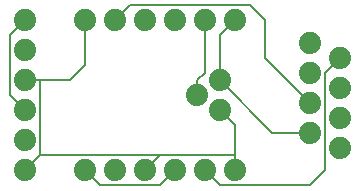
<source format=gbl>
G75*
G70*
%OFA0B0*%
%FSLAX24Y24*%
%IPPOS*%
%LPD*%
%AMOC8*
5,1,8,0,0,1.08239X$1,22.5*
%
%ADD10C,0.0740*%
%ADD11C,0.0080*%
D10*
X001100Y001200D03*
X003100Y001200D03*
X004100Y001200D03*
X005100Y001200D03*
X006100Y001200D03*
X007100Y001200D03*
X008100Y001200D03*
X010600Y002450D03*
X011600Y001950D03*
X011600Y002950D03*
X010600Y003450D03*
X011600Y003950D03*
X010600Y004450D03*
X011600Y004950D03*
X010600Y005450D03*
X008100Y006200D03*
X007100Y006200D03*
X006100Y006200D03*
X005100Y006200D03*
X004100Y006200D03*
X003100Y006200D03*
X001100Y006200D03*
X001100Y005200D03*
X001100Y004200D03*
X001100Y003200D03*
X001100Y002200D03*
X006850Y003700D03*
X007600Y003200D03*
X007600Y004200D03*
D11*
X007600Y005700D01*
X008100Y006200D01*
X007100Y006200D02*
X007100Y004450D01*
X006850Y004200D01*
X006850Y003700D01*
X007600Y003200D02*
X008100Y002700D01*
X008100Y001700D01*
X005600Y001700D01*
X001600Y001700D01*
X001600Y004200D01*
X002600Y004200D01*
X003100Y004700D01*
X003100Y006200D01*
X004100Y006200D02*
X004600Y006700D01*
X008600Y006700D01*
X009100Y006200D01*
X009100Y004950D01*
X010600Y003450D01*
X010600Y002450D02*
X009350Y002450D01*
X007600Y004200D01*
X011100Y004450D02*
X011100Y001200D01*
X010600Y000700D01*
X007600Y000700D01*
X007100Y001200D01*
X008100Y001200D02*
X008100Y001700D01*
X006100Y001200D02*
X005600Y000700D01*
X003600Y000700D01*
X003100Y001200D01*
X001600Y001700D02*
X001100Y001200D01*
X005100Y001200D02*
X005600Y001700D01*
X001100Y003200D02*
X000600Y003700D01*
X000600Y005700D01*
X001100Y006200D01*
X001100Y004200D02*
X001600Y004200D01*
X011100Y004450D02*
X011600Y004950D01*
M02*

</source>
